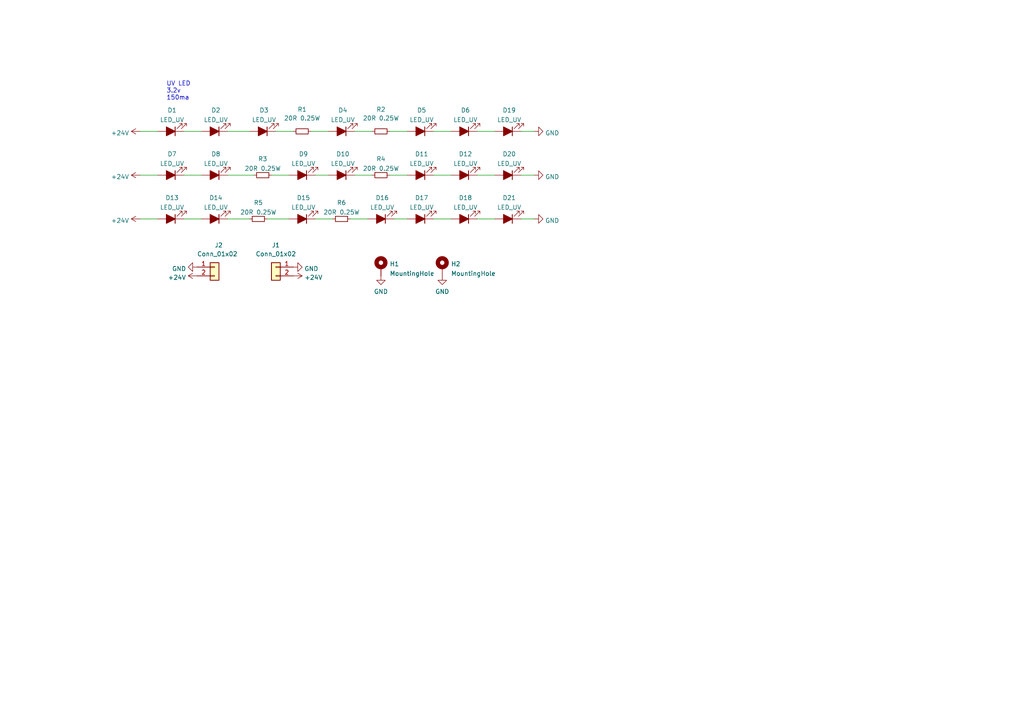
<source format=kicad_sch>
(kicad_sch (version 20211123) (generator eeschema)
  (paper "A4")
  (lib_symbols
    (symbol "Connector_Generic:Conn_01x02" (pin_names (offset 1.016) hide)
      (property "Reference" "J" (at 0 2.54 0))
      (property "Value" "Conn_01x02" (at 0 -5.08 0))
      (symbol "Conn_01x02_1_1"
        (rectangle (start -1.27 -2.413) (end 0 -2.667) (stroke (width 0.1524)))
        (rectangle (start -1.27 0.127) (end 0 -0.127) (stroke (width 0.1524)))
        (rectangle (start -1.27 1.27) (end 1.27 -3.81) (stroke (width 0.254)) (fill (type background)))
        (pin passive line (at -5.08 0 0) (length 3.81) (name "Pin_1") (number "1"))
        (pin passive line (at -5.08 -2.54 0) (length 3.81) (name "Pin_2") (number "2"))
      )
    )
    (symbol "Device:LED_ALT" (pin_numbers hide) (pin_names (offset 1.016) hide)
      (property "Reference" "D" (at 0 2.54 0))
      (property "Value" "LED_ALT" (at 0 -2.54 0))
      (symbol "LED_ALT_0_1"
        (polyline (pts (xy -1.27 -1.27) (xy -1.27 1.27)) (stroke (width 0.254)))
        (polyline (pts (xy -1.27 0) (xy 1.27 0)))
        (polyline (pts (xy 1.27 -1.27) (xy 1.27 1.27) (xy -1.27 0) (xy 1.27 -1.27)) (stroke (width 0.254)) (fill (type outline)))
        (polyline (pts (xy -3.048 -0.762) (xy -4.572 -2.286) (xy -3.81 -2.286) (xy -4.572 -2.286) (xy -4.572 -1.524)))
        (polyline (pts (xy -1.778 -0.762) (xy -3.302 -2.286) (xy -2.54 -2.286) (xy -3.302 -2.286) (xy -3.302 -1.524)))
      )
      (symbol "LED_ALT_1_1"
        (pin passive line (at -3.81 0 0) (length 2.54) (name "K") (number "1"))
        (pin passive line (at 3.81 0 180) (length 2.54) (name "A") (number "2"))
      )
    )
    (symbol "Device:R_Small" (pin_numbers hide) (pin_names (offset 0.254) hide)
      (property "Reference" "R" (at 0.762 0.508 0))
      (property "Value" "R_Small" (at 0.762 -1.016 0))
      (symbol "R_Small_0_1"
        (rectangle (start -0.762 1.778) (end 0.762 -1.778) (stroke (width 0.2032)))
      )
      (symbol "R_Small_1_1"
        (pin passive line (at 0 2.54 270) (length 0.762) (name "~") (number "1"))
        (pin passive line (at 0 -2.54 90) (length 0.762) (name "~") (number "2"))
      )
    )
    (symbol "Mechanical:MountingHole_Pad" (pin_numbers hide) (pin_names (offset 1.016) hide)
      (property "Reference" "H" (at 0 6.35 0))
      (property "Value" "MountingHole_Pad" (at 0 4.445 0))
      (symbol "MountingHole_Pad_0_1"
        (circle (center 0 1.27) (radius 1.27) (stroke (width 1.27)))
      )
      (symbol "MountingHole_Pad_1_1"
        (pin input line (at 0 -2.54 90) (length 2.54) (name "1") (number "1"))
      )
    )
    (symbol "power:+24V" (power) (pin_names (offset 0))
      (property "Value" "+24V" (at 0 3.556 0))
      (symbol "+24V_0_1"
        (polyline (pts (xy -0.762 1.27) (xy 0 2.54)))
        (polyline (pts (xy 0 0) (xy 0 2.54)))
        (polyline (pts (xy 0 2.54) (xy 0.762 1.27)))
      )
      (symbol "+24V_1_1"
        (pin power_in line (at 0 0 90) (length 0) hide (name "+24V") (number "1"))
      )
    )
    (symbol "power:GND" (power) (pin_names (offset 0))
      (property "Value" "GND" (at 0 -3.81 0))
      (symbol "GND_0_1"
        (polyline (pts (xy 0 0) (xy 0 -1.27) (xy 1.27 -1.27) (xy 0 -2.54) (xy -1.27 -1.27) (xy 0 -1.27)))
      )
      (symbol "GND_1_1"
        (pin power_in line (at 0 0 270) (length 0) hide (name "GND") (number "1"))
      )
    )
  )
  (wire (pts (xy 125.73 50.8) (xy 130.81 50.8)))
  (wire (pts (xy 113.03 50.8) (xy 118.11 50.8)))
  (wire (pts (xy 77.47 63.5) (xy 83.82 63.5)))
  (wire (pts (xy 138.43 38.1) (xy 143.51 38.1)))
  (wire (pts (xy 53.34 63.5) (xy 58.42 63.5)))
  (wire (pts (xy 151.13 50.8) (xy 154.94 50.8)))
  (wire (pts (xy 66.04 38.1) (xy 72.39 38.1)))
  (wire (pts (xy 91.44 63.5) (xy 96.52 63.5)))
  (wire (pts (xy 125.73 38.1) (xy 130.81 38.1)))
  (wire (pts (xy 40.64 63.5) (xy 45.72 63.5)))
  (wire (pts (xy 53.34 38.1) (xy 58.42 38.1)))
  (wire (pts (xy 91.44 50.8) (xy 95.25 50.8)))
  (wire (pts (xy 101.6 63.5) (xy 106.68 63.5)))
  (wire (pts (xy 78.74 50.8) (xy 83.82 50.8)))
  (wire (pts (xy 138.43 50.8) (xy 143.51 50.8)))
  (wire (pts (xy 151.13 38.1) (xy 154.94 38.1)))
  (wire (pts (xy 151.13 63.5) (xy 154.94 63.5)))
  (wire (pts (xy 138.43 63.5) (xy 143.51 63.5)))
  (wire (pts (xy 40.64 38.1) (xy 45.72 38.1)))
  (wire (pts (xy 102.87 38.1) (xy 107.95 38.1)))
  (wire (pts (xy 114.3 63.5) (xy 118.11 63.5)))
  (wire (pts (xy 90.17 38.1) (xy 95.25 38.1)))
  (wire (pts (xy 102.87 50.8) (xy 107.95 50.8)))
  (wire (pts (xy 66.04 63.5) (xy 72.39 63.5)))
  (wire (pts (xy 125.73 63.5) (xy 130.81 63.5)))
  (wire (pts (xy 53.34 50.8) (xy 58.42 50.8)))
  (wire (pts (xy 66.04 50.8) (xy 73.66 50.8)))
  (wire (pts (xy 40.64 50.8) (xy 45.72 50.8)))
  (wire (pts (xy 113.03 38.1) (xy 118.11 38.1)))
  (wire (pts (xy 80.01 38.1) (xy 85.09 38.1)))
  (text "UV LED\n3.2v\n150ma\n" (at 48.26 29.21 0) (effects (font (size 1.27 1.27)) (justify left bottom)))
  (symbol (lib_id "Connector_Generic:Conn_01x02") (at 80.01 77.47 0) (mirror y) (unit 1) (in_bom no)
    (property "Reference" "J1" (at 80.01 71.12 0))
    (property "Value" "Conn_01x02" (at 80.01 73.66 0))
    (property "Footprint" "Connector_JST:JST_XH_S2B-XH-A_1x02_P2.50mm_Horizontal" (effects hide))
  )
  (symbol (lib_id "Device:LED_ALT") (at 62.23 50.8 180) (unit 1)
    (property "Reference" "D8" (at 62.6109 44.6745 0))
    (property "Value" "LED_UV" (at 62.6109 47.4496 0))
    (property "Footprint" "LED_SMD:LED_PLCC_2835" (effects hide))
    (property "LCSC" "C2915615" (effects hide))
  )
  (symbol (lib_id "Device:LED_ALT") (at 49.53 63.5 180) (unit 1)
    (property "Reference" "D13" (at 49.9109 57.3745 0))
    (property "Value" "LED_UV" (at 49.9109 60.1496 0))
    (property "Footprint" "LED_SMD:LED_PLCC_2835" (effects hide))
    (property "LCSC" "C2915615" (effects hide))
  )
  (symbol (lib_id "power:GND") (at 154.94 50.8 90) (unit 1)
    (property "Reference" "#PWR0102" (effects hide))
    (property "Value" "GND" (at 158.115 51.279 90) (effects (justify right)))
  )
  (symbol (lib_id "power:GND") (at 154.94 63.5 90) (unit 1)
    (property "Reference" "#PWR0103" (effects hide))
    (property "Value" "GND" (at 158.115 63.979 90) (effects (justify right)))
  )
  (symbol (lib_id "Device:R_Small") (at 74.93 63.5 270) (unit 1)
    (property "Reference" "R5" (at 74.93 58.7969 90))
    (property "Value" "20R 0.25W" (at 74.93 61.572 90))
    (property "Footprint" "Resistor_SMD:R_1206_3216Metric" (effects hide))
    (property "LCSC" "C17955" (effects hide))
  )
  (symbol (lib_id "power:GND") (at 85.09 77.47 90) (unit 1)
    (property "Reference" "#PWR0107" (effects hide))
    (property "Value" "GND" (at 88.265 77.949 90) (effects (justify right)))
  )
  (symbol (lib_id "Device:LED_ALT") (at 134.62 63.5 180) (unit 1)
    (property "Reference" "D18" (at 135.0009 57.3745 0))
    (property "Value" "LED_UV" (at 135.0009 60.1496 0))
    (property "Footprint" "LED_SMD:LED_PLCC_2835" (effects hide))
    (property "LCSC" "C2915615" (effects hide))
  )
  (symbol (lib_id "Device:LED_ALT") (at 147.32 50.8 180) (unit 1)
    (property "Reference" "D20" (at 147.7009 44.6745 0))
    (property "Value" "LED_UV" (at 147.7009 47.4496 0))
    (property "Footprint" "LED_SMD:LED_PLCC_2835" (effects hide))
    (property "LCSC" "C2915615" (effects hide))
  )
  (symbol (lib_id "Device:LED_ALT") (at 110.49 63.5 180) (unit 1)
    (property "Reference" "D16" (at 110.8709 57.3745 0))
    (property "Value" "LED_UV" (at 110.8709 60.1496 0))
    (property "Footprint" "LED_SMD:LED_PLCC_2835" (effects hide))
    (property "LCSC" "C2915615" (effects hide))
  )
  (symbol (lib_id "Device:LED_ALT") (at 76.2 38.1 180) (unit 1)
    (property "Reference" "D3" (at 76.5809 31.9745 0))
    (property "Value" "LED_UV" (at 76.5809 34.7496 0))
    (property "Footprint" "LED_SMD:LED_PLCC_2835" (effects hide))
    (property "LCSC" "C2915615" (effects hide))
  )
  (symbol (lib_id "power:GND") (at 110.49 80.01 0) (unit 1)
    (property "Reference" "#PWR0112" (effects hide))
    (property "Value" "GND" (at 110.49 84.5724 0))
  )
  (symbol (lib_id "Device:LED_ALT") (at 87.63 50.8 180) (unit 1)
    (property "Reference" "D9" (at 88.0109 44.6745 0))
    (property "Value" "LED_UV" (at 88.0109 47.4496 0))
    (property "Footprint" "LED_SMD:LED_PLCC_2835" (effects hide))
    (property "LCSC" "C2915615" (effects hide))
  )
  (symbol (lib_id "Device:LED_ALT") (at 62.23 38.1 180) (unit 1)
    (property "Reference" "D2" (at 62.6109 31.9745 0))
    (property "Value" "LED_UV" (at 62.6109 34.7496 0))
    (property "Footprint" "LED_SMD:LED_PLCC_2835" (effects hide))
    (property "LCSC" "C2915615" (effects hide))
  )
  (symbol (lib_id "Device:R_Small") (at 76.2 50.8 270) (unit 1)
    (property "Reference" "R3" (at 76.2 46.0969 90))
    (property "Value" "20R 0.25W" (at 76.2 48.872 90))
    (property "Footprint" "Resistor_SMD:R_1206_3216Metric" (effects hide))
    (property "LCSC" "C17955" (effects hide))
  )
  (symbol (lib_id "Device:LED_ALT") (at 62.23 63.5 180) (unit 1)
    (property "Reference" "D14" (at 62.6109 57.3745 0))
    (property "Value" "LED_UV" (at 62.6109 60.1496 0))
    (property "Footprint" "LED_SMD:LED_PLCC_2835" (effects hide))
    (property "LCSC" "C2915615" (effects hide))
  )
  (symbol (lib_id "Device:LED_ALT") (at 121.92 50.8 180) (unit 1)
    (property "Reference" "D11" (at 122.3009 44.6745 0))
    (property "Value" "LED_UV" (at 122.3009 47.4496 0))
    (property "Footprint" "LED_SMD:LED_PLCC_2835" (effects hide))
    (property "LCSC" "C2915615" (effects hide))
  )
  (symbol (lib_id "power:+24V") (at 40.64 50.8 90) (unit 1)
    (property "Reference" "#PWR0105" (effects hide))
    (property "Value" "+24V" (at 37.465 51.279 90) (effects (justify left)))
  )
  (symbol (lib_id "Mechanical:MountingHole_Pad") (at 128.27 77.47 0) (unit 1) (in_bom no)
    (property "Reference" "H2" (at 130.81 76.5615 0) (effects (justify left)))
    (property "Value" "MountingHole" (at 130.81 79.3366 0) (effects (justify left)))
    (property "Footprint" "MountingHole:MountingHole_3.2mm_M3_Pad_Via" (effects hide))
  )
  (symbol (lib_id "power:GND") (at 128.27 80.01 0) (unit 1)
    (property "Reference" "#PWR0111" (effects hide))
    (property "Value" "GND" (at 128.27 84.5724 0))
  )
  (symbol (lib_id "Device:LED_ALT") (at 49.53 38.1 180) (unit 1)
    (property "Reference" "D1" (at 49.9109 31.9745 0))
    (property "Value" "LED_UV" (at 49.9109 34.7496 0))
    (property "Footprint" "LED_SMD:LED_PLCC_2835" (effects hide))
    (property "LCSC" "C2915615" (effects hide))
  )
  (symbol (lib_id "Device:LED_ALT") (at 134.62 38.1 180) (unit 1)
    (property "Reference" "D6" (at 135.0009 31.9745 0))
    (property "Value" "LED_UV" (at 135.0009 34.7496 0))
    (property "Footprint" "LED_SMD:LED_PLCC_2835" (effects hide))
    (property "LCSC" "C2915615" (effects hide))
  )
  (symbol (lib_id "power:+24V") (at 57.15 80.01 90) (unit 1)
    (property "Reference" "#PWR0110" (effects hide))
    (property "Value" "+24V" (at 53.975 80.489 90) (effects (justify left)))
  )
  (symbol (lib_id "power:GND") (at 57.15 77.47 270) (unit 1)
    (property "Reference" "#PWR0109" (effects hide))
    (property "Value" "GND" (at 53.975 77.949 90) (effects (justify right)))
  )
  (symbol (lib_id "power:+24V") (at 85.09 80.01 270) (unit 1)
    (property "Reference" "#PWR0108" (effects hide))
    (property "Value" "+24V" (at 88.2649 80.489 90) (effects (justify left)))
  )
  (symbol (lib_id "Device:LED_ALT") (at 134.62 50.8 180) (unit 1)
    (property "Reference" "D12" (at 135.0009 44.6745 0))
    (property "Value" "LED_UV" (at 135.0009 47.4496 0))
    (property "Footprint" "LED_SMD:LED_PLCC_2835" (effects hide))
    (property "LCSC" "C2915615" (effects hide))
  )
  (symbol (lib_id "Device:R_Small") (at 99.06 63.5 270) (unit 1)
    (property "Reference" "R6" (at 99.06 58.7969 90))
    (property "Value" "20R 0.25W" (at 99.06 61.572 90))
    (property "Footprint" "Resistor_SMD:R_1206_3216Metric" (effects hide))
    (property "LCSC" "C17955" (effects hide))
  )
  (symbol (lib_id "Device:LED_ALT") (at 99.06 38.1 180) (unit 1)
    (property "Reference" "D4" (at 99.4409 31.9745 0))
    (property "Value" "LED_UV" (at 99.4409 34.7496 0))
    (property "Footprint" "LED_SMD:LED_PLCC_2835" (effects hide))
    (property "LCSC" "C2915615" (effects hide))
  )
  (symbol (lib_id "Device:LED_ALT") (at 121.92 38.1 180) (unit 1)
    (property "Reference" "D5" (at 122.3009 31.9745 0))
    (property "Value" "LED_UV" (at 122.3009 34.7496 0))
    (property "Footprint" "LED_SMD:LED_PLCC_2835" (effects hide))
    (property "LCSC" "C2915615" (effects hide))
  )
  (symbol (lib_id "power:GND") (at 154.94 38.1 90) (unit 1)
    (property "Reference" "#PWR0101" (effects hide))
    (property "Value" "GND" (at 158.115 38.579 90) (effects (justify right)))
  )
  (symbol (lib_id "Device:R_Small") (at 87.63 38.1 270) (unit 1)
    (property "Reference" "R1" (at 87.63 31.75 90))
    (property "Value" "20R 0.25W" (at 87.63 34.29 90))
    (property "Footprint" "Resistor_SMD:R_1206_3216Metric" (effects hide))
    (property "LCSC" "C17955" (effects hide))
  )
  (symbol (lib_id "Device:R_Small") (at 110.49 38.1 270) (unit 1)
    (property "Reference" "R2" (at 110.49 31.75 90))
    (property "Value" "20R 0.25W" (at 110.49 34.29 90))
    (property "Footprint" "Resistor_SMD:R_1206_3216Metric" (effects hide))
    (property "LCSC" "C17955" (effects hide))
  )
  (symbol (lib_id "power:+24V") (at 40.64 38.1 90) (unit 1)
    (property "Reference" "#PWR0104" (effects hide))
    (property "Value" "+24V" (at 37.465 38.579 90) (effects (justify left)))
  )
  (symbol (lib_id "power:+24V") (at 40.64 63.5 90) (unit 1)
    (property "Reference" "#PWR0106" (effects hide))
    (property "Value" "+24V" (at 37.465 63.979 90) (effects (justify left)))
  )
  (symbol (lib_id "Connector_Generic:Conn_01x02") (at 62.23 77.47 0) (unit 1) (in_bom no)
    (property "Reference" "J2" (at 62.23 71.12 0) (effects (justify left)))
    (property "Value" "Conn_01x02" (at 57.15 73.66 0) (effects (justify left)))
    (property "Footprint" "Connector_JST:JST_XH_S2B-XH-A_1x02_P2.50mm_Horizontal" (effects hide))
  )
  (symbol (lib_id "Mechanical:MountingHole_Pad") (at 110.49 77.47 0) (unit 1) (in_bom no)
    (property "Reference" "H1" (at 113.03 76.5615 0) (effects (justify left)))
    (property "Value" "MountingHole" (at 113.03 79.3366 0) (effects (justify left)))
    (property "Footprint" "MountingHole:MountingHole_3.2mm_M3_Pad_Via" (effects hide))
  )
  (symbol (lib_id "Device:LED_ALT") (at 147.32 63.5 180) (unit 1)
    (property "Reference" "D21" (at 147.7009 57.3745 0))
    (property "Value" "LED_UV" (at 147.7009 60.1496 0))
    (property "Footprint" "LED_SMD:LED_PLCC_2835" (effects hide))
    (property "LCSC" "C2915615" (effects hide))
  )
  (symbol (lib_id "Device:R_Small") (at 110.49 50.8 270) (unit 1)
    (property "Reference" "R4" (at 110.49 46.0969 90))
    (property "Value" "20R 0.25W" (at 110.49 48.872 90))
    (property "Footprint" "Resistor_SMD:R_1206_3216Metric" (effects hide))
    (property "LCSC" "C17955" (effects hide))
  )
  (symbol (lib_id "Device:LED_ALT") (at 49.53 50.8 180) (unit 1)
    (property "Reference" "D7" (at 49.9109 44.6745 0))
    (property "Value" "LED_UV" (at 49.9109 47.4496 0))
    (property "Footprint" "LED_SMD:LED_PLCC_2835" (effects hide))
    (property "LCSC" "C2915615" (effects hide))
  )
  (symbol (lib_id "Device:LED_ALT") (at 87.63 63.5 180) (unit 1)
    (property "Reference" "D15" (at 88.0109 57.3745 0))
    (property "Value" "LED_UV" (at 88.0109 60.1496 0))
    (property "Footprint" "LED_SMD:LED_PLCC_2835" (effects hide))
    (property "LCSC" "C2915615" (effects hide))
  )
  (symbol (lib_id "Device:LED_ALT") (at 147.32 38.1 180) (unit 1)
    (property "Reference" "D19" (at 147.7009 31.9745 0))
    (property "Value" "LED_UV" (at 147.7009 34.7496 0))
    (property "Footprint" "LED_SMD:LED_PLCC_2835" (effects hide))
    (property "LCSC" "C2915615" (effects hide))
  )
  (symbol (lib_id "Device:LED_ALT") (at 121.92 63.5 180) (unit 1)
    (property "Reference" "D17" (at 122.3009 57.3745 0))
    (property "Value" "LED_UV" (at 122.3009 60.1496 0))
    (property "Footprint" "LED_SMD:LED_PLCC_2835" (effects hide))
    (property "LCSC" "C2915615" (effects hide))
  )
  (symbol (lib_id "Device:LED_ALT") (at 99.06 50.8 180) (unit 1)
    (property "Reference" "D10" (at 99.4409 44.6745 0))
    (property "Value" "LED_UV" (at 99.4409 47.4496 0))
    (property "Footprint" "LED_SMD:LED_PLCC_2835" (effects hide))
    (property "LCSC" "C2915615" (effects hide))
  )
)
</source>
